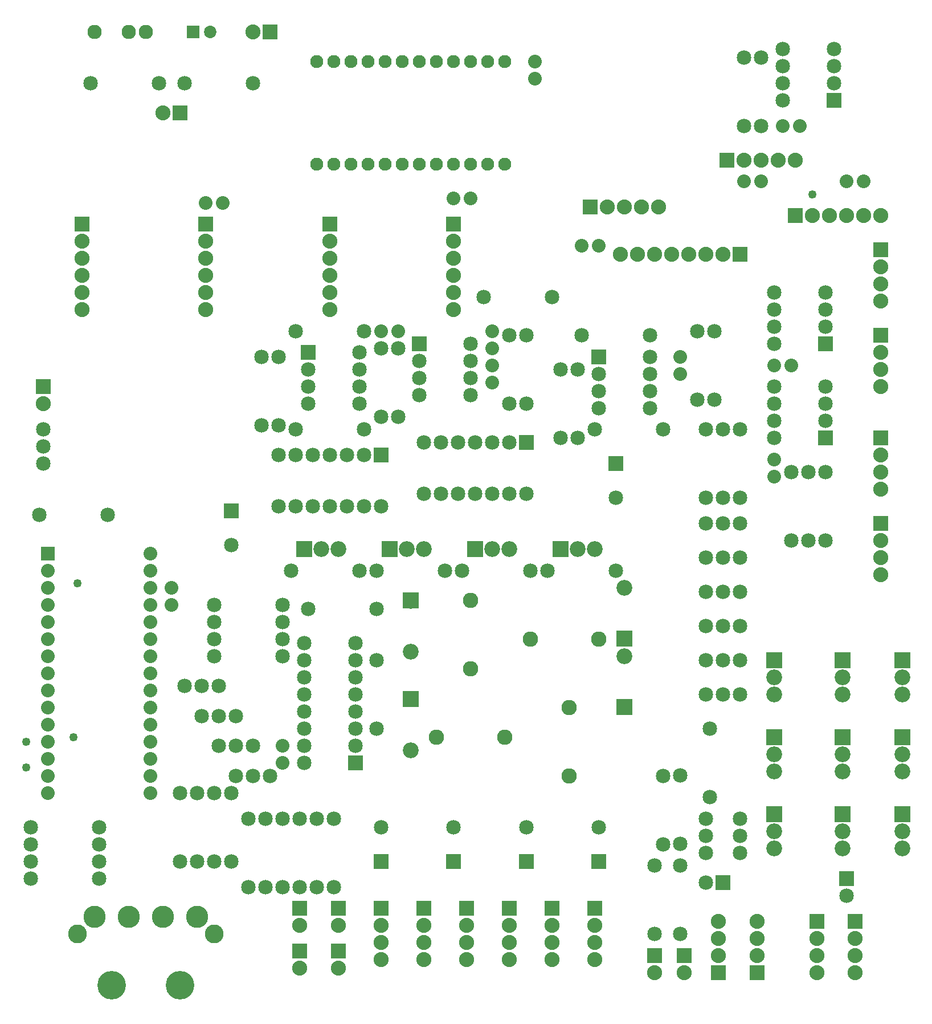
<source format=gts>
G04 MADE WITH FRITZING*
G04 WWW.FRITZING.ORG*
G04 DOUBLE SIDED*
G04 HOLES PLATED*
G04 CONTOUR ON CENTER OF CONTOUR VECTOR*
%ASAXBY*%
%FSLAX23Y23*%
%MOIN*%
%OFA0B0*%
%SFA1.0B1.0*%
%ADD10C,0.085000*%
%ADD11C,0.049370*%
%ADD12C,0.088000*%
%ADD13C,0.080000*%
%ADD14C,0.092000*%
%ADD15C,0.110000*%
%ADD16C,0.167000*%
%ADD17C,0.130000*%
%ADD18C,0.083749*%
%ADD19C,0.090000*%
%ADD20C,0.072992*%
%ADD21C,0.076000*%
%ADD22R,0.088000X0.088000*%
%ADD23R,0.085000X0.085000*%
%ADD24R,0.092000X0.092000*%
%ADD25R,0.072992X0.072992*%
%ADD26R,0.079972X0.080000*%
%LNMASK1*%
G90*
G70*
G54D10*
X1408Y905D03*
X1408Y1305D03*
X1308Y905D03*
X1308Y1305D03*
X1208Y905D03*
X1208Y1305D03*
X1108Y905D03*
X1108Y1305D03*
X1708Y2105D03*
X1308Y2105D03*
X1708Y2205D03*
X1308Y2205D03*
X1708Y2305D03*
X1308Y2305D03*
X1708Y2405D03*
X1308Y2405D03*
X1633Y1405D03*
X1533Y1405D03*
X1433Y1405D03*
X1533Y1580D03*
X1433Y1580D03*
X1333Y1580D03*
X1433Y1755D03*
X1333Y1755D03*
X1233Y1755D03*
X1333Y1930D03*
X1233Y1930D03*
X1133Y1930D03*
X2883Y4205D03*
X3283Y4205D03*
X1908Y1155D03*
X1908Y755D03*
X2008Y1155D03*
X2008Y755D03*
X1808Y1155D03*
X1808Y755D03*
X1708Y1155D03*
X1708Y755D03*
X1608Y1155D03*
X1608Y755D03*
X1508Y1155D03*
X1508Y755D03*
X4183Y1880D03*
X4283Y1880D03*
X4383Y1880D03*
X4183Y2080D03*
X4283Y2080D03*
X4383Y2080D03*
X4183Y2280D03*
X4283Y2280D03*
X4383Y2280D03*
X4183Y2480D03*
X4283Y2480D03*
X4383Y2480D03*
X4183Y2680D03*
X4283Y2680D03*
X4383Y2680D03*
X4183Y2880D03*
X4283Y2880D03*
X4383Y2880D03*
X4183Y3430D03*
X4183Y3030D03*
X4283Y3430D03*
X4283Y3030D03*
X4383Y3430D03*
X4383Y3030D03*
X4683Y3180D03*
X4683Y2780D03*
X4783Y3180D03*
X4783Y2780D03*
X4883Y3180D03*
X4883Y2780D03*
G54D11*
X508Y2530D03*
G54D12*
X1108Y5280D03*
X1008Y5280D03*
G54D11*
X483Y1630D03*
G54D10*
X4508Y5205D03*
X4508Y5605D03*
X4408Y5205D03*
X4408Y5605D03*
G54D13*
X4408Y4880D03*
X4508Y4880D03*
G54D11*
X208Y1455D03*
X208Y1605D03*
G54D10*
X5008Y805D03*
X5008Y705D03*
G54D11*
X4808Y4805D03*
G54D12*
X5208Y2880D03*
X5208Y2780D03*
X5208Y2680D03*
X5208Y2580D03*
X5208Y3980D03*
X5208Y3880D03*
X5208Y3780D03*
X5208Y3680D03*
G54D14*
X3708Y1807D03*
X3708Y2105D03*
G54D12*
X2033Y380D03*
X2033Y280D03*
G54D13*
X2383Y4005D03*
X2283Y4005D03*
G54D14*
X4583Y2080D03*
X4583Y1980D03*
X4583Y1880D03*
G54D10*
X2283Y905D03*
X2283Y1105D03*
G54D12*
X3533Y630D03*
X3533Y530D03*
X3533Y430D03*
X3533Y330D03*
G54D10*
X3333Y3380D03*
X3333Y3780D03*
G54D13*
X4733Y5205D03*
X4633Y5205D03*
G54D14*
X4583Y1630D03*
X4583Y1530D03*
X4583Y1430D03*
X5333Y1630D03*
X5333Y1530D03*
X5333Y1430D03*
G54D12*
X4708Y4680D03*
X4808Y4680D03*
X4908Y4680D03*
X5008Y4680D03*
X5108Y4680D03*
X5208Y4680D03*
X5208Y4480D03*
X5208Y4380D03*
X5208Y4280D03*
X5208Y4180D03*
G54D14*
X1833Y2730D03*
X1933Y2730D03*
X2033Y2730D03*
G54D13*
X4683Y3805D03*
X4583Y3805D03*
X1358Y4755D03*
X1258Y4755D03*
G54D10*
X4183Y1155D03*
X4183Y1055D03*
X4183Y955D03*
G54D14*
X5333Y1180D03*
X5333Y1080D03*
X5333Y980D03*
G54D10*
X2708Y905D03*
X2708Y1105D03*
G54D14*
X2458Y2428D03*
X2458Y2130D03*
G54D13*
X3183Y5480D03*
X3183Y5580D03*
X1708Y1580D03*
X1708Y1480D03*
G54D14*
X4983Y1180D03*
X4983Y1080D03*
X4983Y980D03*
G54D10*
X3658Y3230D03*
X3658Y3030D03*
X1408Y2955D03*
X1408Y2755D03*
G54D12*
X1633Y5755D03*
X1533Y5755D03*
G54D13*
X4583Y3155D03*
X4583Y3255D03*
G54D10*
X3933Y1005D03*
X3933Y1405D03*
G54D14*
X4983Y1630D03*
X4983Y1530D03*
X4983Y1430D03*
G54D10*
X3558Y905D03*
X3558Y1105D03*
G54D13*
X5008Y4880D03*
X5108Y4880D03*
G54D15*
X1308Y480D03*
X508Y480D03*
G54D16*
X1108Y180D03*
X708Y180D03*
G54D17*
X1208Y580D03*
X1008Y580D03*
X808Y580D03*
X608Y580D03*
G54D15*
X1308Y480D03*
X508Y480D03*
G54D16*
X1108Y180D03*
X708Y180D03*
G54D17*
X1208Y580D03*
X1008Y580D03*
X808Y580D03*
X608Y580D03*
G54D12*
X4058Y355D03*
X4058Y255D03*
G54D14*
X4983Y2080D03*
X4983Y1980D03*
X4983Y1880D03*
G54D13*
X1058Y2505D03*
X1058Y2405D03*
G54D12*
X1808Y380D03*
X1808Y280D03*
G54D14*
X5333Y2080D03*
X5333Y1980D03*
X5333Y1880D03*
G54D12*
X4308Y5005D03*
X4408Y5005D03*
X4508Y5005D03*
X4608Y5005D03*
X4708Y5005D03*
G54D10*
X3133Y905D03*
X3133Y1105D03*
G54D13*
X2808Y4780D03*
X2708Y4780D03*
G54D12*
X2783Y630D03*
X2783Y530D03*
X2783Y430D03*
X2783Y330D03*
X2533Y630D03*
X2533Y530D03*
X2533Y430D03*
X2533Y330D03*
G54D10*
X3433Y3380D03*
X3433Y3780D03*
G54D12*
X1808Y630D03*
X1808Y530D03*
X5058Y555D03*
X5058Y455D03*
X5058Y355D03*
X5058Y255D03*
G54D10*
X3033Y3580D03*
X3033Y3980D03*
X1583Y3455D03*
X1583Y3855D03*
G54D13*
X4033Y3755D03*
X4033Y3855D03*
G54D12*
X2708Y4630D03*
X2708Y4530D03*
X2708Y4430D03*
X2708Y4330D03*
X2708Y4230D03*
X2708Y4130D03*
G54D10*
X2283Y3280D03*
X2283Y2980D03*
X2183Y3280D03*
X2183Y2980D03*
X2083Y3280D03*
X2083Y2980D03*
X1983Y3280D03*
X1983Y2980D03*
X1883Y3280D03*
X1883Y2980D03*
X1783Y3280D03*
X1783Y2980D03*
X1683Y3280D03*
X1683Y2980D03*
G54D12*
X2033Y630D03*
X2033Y530D03*
G54D18*
X908Y5755D03*
X808Y5755D03*
X608Y5755D03*
G54D13*
X2933Y3705D03*
X2933Y3805D03*
G54D10*
X2183Y3430D03*
X1783Y3430D03*
G54D13*
X3458Y4505D03*
X3558Y4505D03*
G54D12*
X3033Y630D03*
X3033Y530D03*
X3033Y430D03*
X3033Y330D03*
G54D19*
X2608Y1630D03*
X3008Y1630D03*
G54D10*
X4133Y4005D03*
X4133Y3605D03*
G54D12*
X4483Y255D03*
X4483Y355D03*
X4483Y455D03*
X4483Y555D03*
G54D10*
X633Y905D03*
X233Y905D03*
X4208Y1680D03*
X4208Y1280D03*
G54D12*
X533Y4630D03*
X533Y4530D03*
X533Y4430D03*
X533Y4330D03*
X533Y4230D03*
X533Y4130D03*
G54D14*
X4583Y1180D03*
X4583Y1080D03*
X4583Y980D03*
G54D10*
X283Y2930D03*
X683Y2930D03*
X2383Y3505D03*
X2383Y3905D03*
G54D20*
X1184Y5755D03*
X1283Y5755D03*
G54D13*
X333Y2705D03*
X333Y2605D03*
X333Y2505D03*
X333Y2405D03*
X333Y2305D03*
X333Y2205D03*
X333Y2105D03*
X333Y2005D03*
X333Y1905D03*
X333Y1805D03*
X333Y1705D03*
X333Y1605D03*
X333Y1505D03*
X333Y1405D03*
X333Y1305D03*
X933Y2705D03*
X933Y2605D03*
X933Y2505D03*
X933Y2405D03*
X933Y2305D03*
X933Y2205D03*
X933Y2105D03*
X933Y2005D03*
X933Y1905D03*
X933Y1805D03*
X933Y1705D03*
X933Y1605D03*
X933Y1505D03*
X933Y1405D03*
X933Y1305D03*
G54D10*
X4233Y4005D03*
X4233Y3605D03*
X2258Y2080D03*
X2258Y1680D03*
X1858Y2380D03*
X2258Y2380D03*
G54D12*
X3508Y4730D03*
X3608Y4730D03*
X3708Y4730D03*
X3808Y4730D03*
X3908Y4730D03*
G54D10*
X1683Y3455D03*
X1683Y3855D03*
X583Y5455D03*
X983Y5455D03*
G54D12*
X4833Y555D03*
X4833Y455D03*
X4833Y355D03*
X4833Y255D03*
X5208Y3380D03*
X5208Y3280D03*
X5208Y3180D03*
X5208Y3080D03*
G54D10*
X4283Y780D03*
X4183Y780D03*
G54D12*
X3883Y355D03*
X3883Y255D03*
X3283Y630D03*
X3283Y530D03*
X3283Y430D03*
X3283Y330D03*
X4258Y255D03*
X4258Y355D03*
X4258Y455D03*
X4258Y555D03*
G54D14*
X2833Y2730D03*
X2933Y2730D03*
X3033Y2730D03*
G54D10*
X3883Y880D03*
X3883Y480D03*
X4383Y1155D03*
X4383Y1055D03*
X4383Y955D03*
G54D14*
X2458Y1853D03*
X2458Y1555D03*
G54D10*
X4033Y1006D03*
X4033Y1406D03*
G54D14*
X3708Y2207D03*
X3708Y2505D03*
G54D10*
X4033Y880D03*
X4033Y480D03*
G54D12*
X1983Y4630D03*
X1983Y4530D03*
X1983Y4430D03*
X1983Y4330D03*
X1983Y4230D03*
X1983Y4130D03*
G54D10*
X3133Y3355D03*
X3133Y3055D03*
X3033Y3355D03*
X3033Y3055D03*
X2933Y3355D03*
X2933Y3055D03*
X2833Y3355D03*
X2833Y3055D03*
X2733Y3355D03*
X2733Y3055D03*
X2633Y3355D03*
X2633Y3055D03*
X2533Y3355D03*
X2533Y3055D03*
G54D12*
X1258Y4630D03*
X1258Y4530D03*
X1258Y4430D03*
X1258Y4330D03*
X1258Y4230D03*
X1258Y4130D03*
G54D19*
X3383Y1805D03*
X3383Y1405D03*
G54D14*
X3333Y2730D03*
X3433Y2730D03*
X3533Y2730D03*
G54D19*
X3558Y2205D03*
X3158Y2205D03*
G54D10*
X3558Y3855D03*
X3858Y3855D03*
X3558Y3755D03*
X3858Y3755D03*
X3558Y3655D03*
X3858Y3655D03*
X3558Y3555D03*
X3858Y3555D03*
X1858Y3880D03*
X2158Y3880D03*
X1858Y3780D03*
X2158Y3780D03*
X1858Y3680D03*
X2158Y3680D03*
X1858Y3580D03*
X2158Y3580D03*
X3133Y3980D03*
X3133Y3580D03*
G54D19*
X2808Y2430D03*
X2808Y2030D03*
G54D10*
X2508Y3930D03*
X2808Y3930D03*
X2508Y3830D03*
X2808Y3830D03*
X2508Y3730D03*
X2808Y3730D03*
X2508Y3630D03*
X2808Y3630D03*
G54D14*
X2333Y2730D03*
X2433Y2730D03*
X2533Y2730D03*
G54D12*
X2283Y630D03*
X2283Y530D03*
X2283Y430D03*
X2283Y330D03*
G54D10*
X633Y1105D03*
X233Y1105D03*
X4883Y3380D03*
X4583Y3380D03*
X4883Y3480D03*
X4583Y3480D03*
X4883Y3580D03*
X4583Y3580D03*
X4883Y3680D03*
X4583Y3680D03*
X633Y1005D03*
X233Y1005D03*
X4883Y3930D03*
X4583Y3930D03*
X4883Y4030D03*
X4583Y4030D03*
X4883Y4130D03*
X4583Y4130D03*
X4883Y4230D03*
X4583Y4230D03*
X633Y805D03*
X233Y805D03*
X1133Y5455D03*
X1533Y5455D03*
G54D21*
X1908Y4980D03*
X2008Y4980D03*
X2108Y4980D03*
X2208Y4980D03*
X2308Y4980D03*
X2408Y4980D03*
X2508Y4980D03*
X2608Y4980D03*
X2708Y4980D03*
X2808Y4980D03*
X2908Y4980D03*
X3008Y4980D03*
X3008Y5580D03*
X2908Y5580D03*
X2808Y5580D03*
X2708Y5580D03*
X2608Y5580D03*
X2508Y5580D03*
X2408Y5580D03*
X2308Y5580D03*
X2208Y5580D03*
X2108Y5580D03*
X2008Y5580D03*
X1908Y5580D03*
G54D10*
X308Y3430D03*
X308Y3330D03*
X308Y3230D03*
G54D12*
X4383Y4455D03*
X4283Y4455D03*
X4183Y4455D03*
X4083Y4455D03*
X3983Y4455D03*
X3883Y4455D03*
X3783Y4455D03*
X3683Y4455D03*
G54D10*
X2133Y1480D03*
X1833Y1480D03*
X2133Y1580D03*
X1833Y1580D03*
X2133Y1680D03*
X1833Y1680D03*
X2133Y1780D03*
X1833Y1780D03*
X2133Y1880D03*
X1833Y1880D03*
X2133Y1980D03*
X1833Y1980D03*
X2133Y2080D03*
X1833Y2080D03*
X2133Y2180D03*
X1833Y2180D03*
G54D12*
X308Y3680D03*
X308Y3580D03*
G54D10*
X4933Y5355D03*
X4633Y5355D03*
X4933Y5455D03*
X4633Y5455D03*
X4933Y5555D03*
X4633Y5555D03*
X4933Y5655D03*
X4633Y5655D03*
X3158Y2605D03*
X2758Y2605D03*
X3258Y2605D03*
X3658Y2605D03*
X2158Y2605D03*
X1758Y2605D03*
X2258Y2605D03*
X2658Y2605D03*
X2183Y4005D03*
X1783Y4005D03*
X3933Y3430D03*
X3533Y3430D03*
X2283Y3905D03*
X2283Y3505D03*
X3858Y3980D03*
X3458Y3980D03*
G54D13*
X2933Y3905D03*
X2933Y4005D03*
G54D22*
X1108Y5280D03*
G54D23*
X5008Y805D03*
G54D22*
X5208Y2880D03*
X5208Y3980D03*
G54D24*
X3708Y1806D03*
G54D22*
X2033Y380D03*
G54D24*
X4583Y2080D03*
G54D23*
X2283Y905D03*
G54D22*
X3533Y630D03*
G54D24*
X4583Y1630D03*
X5333Y1630D03*
G54D22*
X4708Y4680D03*
X5208Y4480D03*
G54D24*
X1833Y2730D03*
X5333Y1180D03*
G54D23*
X2708Y905D03*
G54D24*
X2458Y2429D03*
X4983Y1180D03*
G54D23*
X3658Y3230D03*
X1408Y2955D03*
G54D22*
X1633Y5755D03*
G54D24*
X4983Y1630D03*
G54D23*
X3558Y905D03*
G54D22*
X4058Y355D03*
G54D24*
X4983Y2080D03*
G54D22*
X1808Y380D03*
G54D24*
X5333Y2080D03*
G54D22*
X4308Y5005D03*
G54D23*
X3133Y905D03*
G54D22*
X2783Y630D03*
X2533Y630D03*
X1808Y630D03*
X5058Y555D03*
X2708Y4630D03*
G54D23*
X2283Y3280D03*
G54D22*
X2033Y630D03*
X3033Y630D03*
X4483Y255D03*
X533Y4630D03*
G54D24*
X4583Y1180D03*
G54D25*
X1184Y5755D03*
G54D26*
X333Y2705D03*
G54D22*
X3508Y4730D03*
X4833Y555D03*
X5208Y3380D03*
G54D23*
X4283Y780D03*
G54D22*
X3883Y355D03*
X3283Y630D03*
X4258Y255D03*
G54D24*
X2833Y2730D03*
X2458Y1854D03*
X3708Y2206D03*
G54D22*
X1983Y4630D03*
G54D23*
X3133Y3355D03*
G54D22*
X1258Y4630D03*
G54D24*
X3333Y2730D03*
G54D23*
X3558Y3855D03*
X1858Y3880D03*
X2508Y3930D03*
G54D24*
X2333Y2730D03*
G54D22*
X2283Y630D03*
G54D23*
X4883Y3380D03*
X4883Y3930D03*
G54D22*
X4383Y4455D03*
G54D23*
X2133Y1480D03*
G54D22*
X308Y3680D03*
G54D23*
X4933Y5355D03*
G04 End of Mask1*
M02*
</source>
